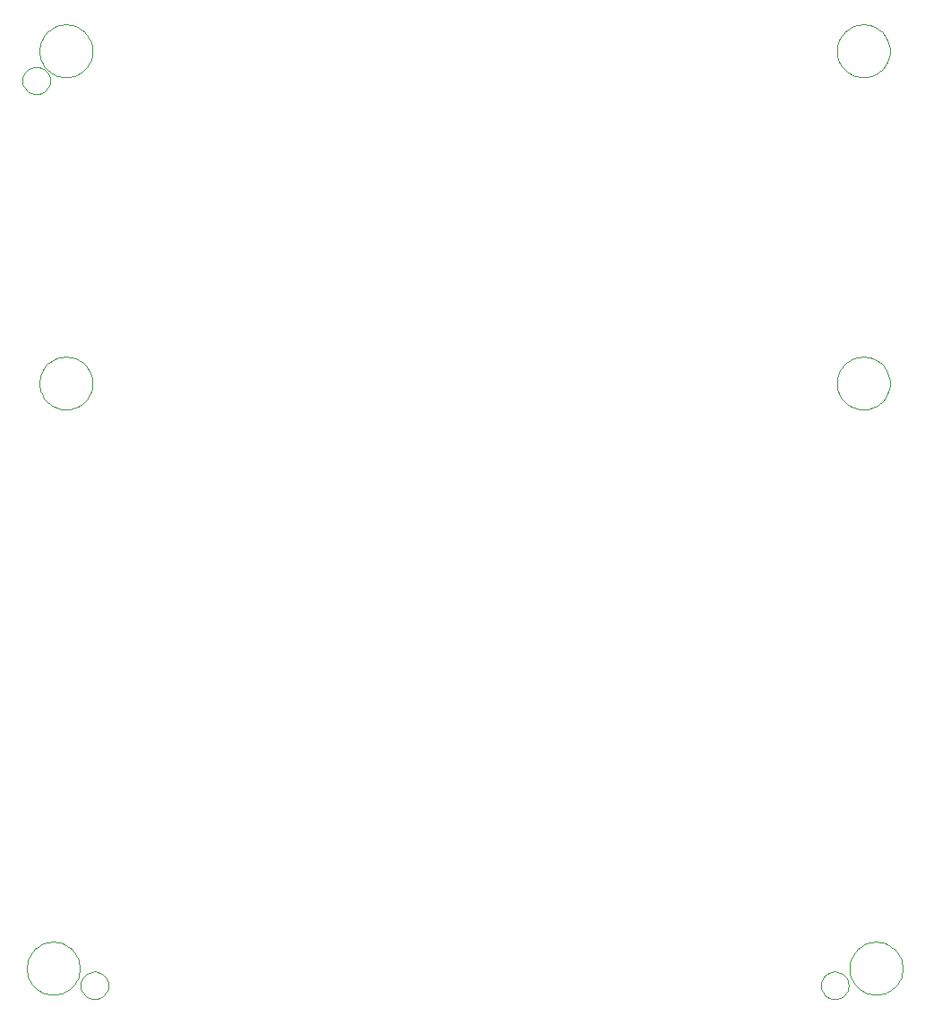
<source format=gko>
G04 Layer_Color=16711935*
%FSAX25Y25*%
%MOIN*%
G70*
G01*
G75*
%ADD129C,0.00394*%
D129*
X0025984Y0014173D02*
X0025934Y0015169D01*
X0025783Y0016154D01*
X0025533Y0017120D01*
X0025187Y0018055D01*
X0024747Y0018950D01*
X0024220Y0019796D01*
X0023610Y0020584D01*
X0022923Y0021307D01*
X0022166Y0021957D01*
X0021348Y0022526D01*
X0020476Y0023010D01*
X0019560Y0023403D01*
X0018609Y0023702D01*
X0017632Y0023902D01*
X0016640Y0024003D01*
X0015643D01*
X0014651Y0023902D01*
X0013675Y0023702D01*
X0012723Y0023403D01*
X0011807Y0023010D01*
X0010935Y0022526D01*
X0010117Y0021957D01*
X0009361Y0021307D01*
X0008674Y0020584D01*
X0008063Y0019796D01*
X0007536Y0018950D01*
X0007097Y0018055D01*
X0006751Y0017120D01*
X0006501Y0016154D01*
X0006350Y0015169D01*
X0006299Y0014173D01*
X0006350Y0013178D01*
X0006501Y0012192D01*
X0006751Y0011227D01*
X0007097Y0010292D01*
X0007536Y0009397D01*
X0008063Y0008551D01*
X0008674Y0007762D01*
X0009361Y0007039D01*
X0010117Y0006390D01*
X0010935Y0005820D01*
X0011807Y0005337D01*
X0012723Y0004943D01*
X0013675Y0004645D01*
X0014651Y0004444D01*
X0015643Y0004343D01*
X0016640D01*
X0017632Y0004444D01*
X0018609Y0004645D01*
X0019560Y0004943D01*
X0020476Y0005337D01*
X0021348Y0005821D01*
X0022166Y0006390D01*
X0022923Y0007040D01*
X0023610Y0007762D01*
X0024220Y0008551D01*
X0024747Y0009397D01*
X0025187Y0010292D01*
X0025533Y0011227D01*
X0025783Y0012192D01*
X0025934Y0013178D01*
X0025984Y0014173D01*
X0332283D02*
X0332233Y0015169D01*
X0332082Y0016154D01*
X0331832Y0017120D01*
X0331486Y0018055D01*
X0331047Y0018950D01*
X0330519Y0019796D01*
X0329909Y0020584D01*
X0329222Y0021307D01*
X0328466Y0021957D01*
X0327647Y0022526D01*
X0326776Y0023010D01*
X0325859Y0023403D01*
X0324908Y0023702D01*
X0323931Y0023902D01*
X0322939Y0024003D01*
X0321942D01*
X0320951Y0023902D01*
X0319974Y0023702D01*
X0319023Y0023403D01*
X0318106Y0023010D01*
X0317235Y0022526D01*
X0316416Y0021957D01*
X0315660Y0021307D01*
X0314973Y0020584D01*
X0314363Y0019796D01*
X0313835Y0018950D01*
X0313396Y0018055D01*
X0313050Y0017120D01*
X0312800Y0016154D01*
X0312649Y0015169D01*
X0312598Y0014173D01*
X0312649Y0013178D01*
X0312800Y0012192D01*
X0313050Y0011227D01*
X0313396Y0010292D01*
X0313835Y0009397D01*
X0314363Y0008551D01*
X0314973Y0007762D01*
X0315660Y0007039D01*
X0316416Y0006390D01*
X0317235Y0005820D01*
X0318106Y0005337D01*
X0319023Y0004943D01*
X0319974Y0004645D01*
X0320951Y0004444D01*
X0321942Y0004343D01*
X0322939D01*
X0323931Y0004444D01*
X0324908Y0004645D01*
X0325859Y0004943D01*
X0326776Y0005337D01*
X0327647Y0005821D01*
X0328466Y0006390D01*
X0329222Y0007040D01*
X0329909Y0007762D01*
X0330519Y0008551D01*
X0331047Y0009397D01*
X0331486Y0010292D01*
X0331832Y0011227D01*
X0332082Y0012192D01*
X0332233Y0013178D01*
X0332283Y0014173D01*
X0327559Y0231890D02*
X0327509Y0232886D01*
X0327358Y0233871D01*
X0327108Y0234836D01*
X0326761Y0235771D01*
X0326322Y0236666D01*
X0325795Y0237512D01*
X0325185Y0238301D01*
X0324498Y0239024D01*
X0323741Y0239673D01*
X0322923Y0240243D01*
X0322051Y0240726D01*
X0321135Y0241120D01*
X0320184Y0241418D01*
X0319207Y0241619D01*
X0318215Y0241720D01*
X0317218D01*
X0316226Y0241619D01*
X0315249Y0241418D01*
X0314298Y0241120D01*
X0313382Y0240726D01*
X0312510Y0240243D01*
X0311692Y0239673D01*
X0310935Y0239024D01*
X0310248Y0238301D01*
X0309638Y0237512D01*
X0309111Y0236666D01*
X0308672Y0235771D01*
X0308325Y0234836D01*
X0308075Y0233871D01*
X0307925Y0232886D01*
X0307874Y0231890D01*
X0307925Y0230894D01*
X0308075Y0229908D01*
X0308325Y0228943D01*
X0308672Y0228008D01*
X0309111Y0227113D01*
X0309638Y0226267D01*
X0310248Y0225479D01*
X0310935Y0224756D01*
X0311692Y0224107D01*
X0312510Y0223537D01*
X0313382Y0223053D01*
X0314298Y0222660D01*
X0315249Y0222361D01*
X0316226Y0222161D01*
X0317218Y0222060D01*
X0318215D01*
X0319207Y0222161D01*
X0320184Y0222361D01*
X0321135Y0222660D01*
X0322051Y0223053D01*
X0322923Y0223537D01*
X0323741Y0224107D01*
X0324498Y0224756D01*
X0325185Y0225479D01*
X0325795Y0226267D01*
X0326322Y0227113D01*
X0326761Y0228008D01*
X0327108Y0228943D01*
X0327358Y0229908D01*
X0327509Y0230894D01*
X0327559Y0231890D01*
X0030709D02*
X0030658Y0232886D01*
X0030507Y0233871D01*
X0030257Y0234836D01*
X0029911Y0235771D01*
X0029472Y0236666D01*
X0028945Y0237512D01*
X0028334Y0238301D01*
X0027647Y0239024D01*
X0026891Y0239673D01*
X0026072Y0240243D01*
X0025201Y0240726D01*
X0024284Y0241120D01*
X0023333Y0241418D01*
X0022357Y0241619D01*
X0021365Y0241720D01*
X0020368D01*
X0019376Y0241619D01*
X0018399Y0241418D01*
X0017448Y0241120D01*
X0016532Y0240726D01*
X0015660Y0240243D01*
X0014841Y0239673D01*
X0014085Y0239024D01*
X0013398Y0238301D01*
X0012788Y0237512D01*
X0012260Y0236666D01*
X0011821Y0235771D01*
X0011475Y0234836D01*
X0011225Y0233871D01*
X0011074Y0232886D01*
X0011024Y0231890D01*
X0011074Y0230894D01*
X0011225Y0229908D01*
X0011475Y0228943D01*
X0011821Y0228008D01*
X0012260Y0227113D01*
X0012788Y0226267D01*
X0013398Y0225479D01*
X0014085Y0224756D01*
X0014841Y0224107D01*
X0015660Y0223537D01*
X0016532Y0223053D01*
X0017448Y0222660D01*
X0018399Y0222361D01*
X0019376Y0222161D01*
X0020368Y0222060D01*
X0021365D01*
X0022357Y0222161D01*
X0023333Y0222361D01*
X0024284Y0222660D01*
X0025201Y0223053D01*
X0026072Y0223537D01*
X0026891Y0224107D01*
X0027647Y0224756D01*
X0028334Y0225479D01*
X0028945Y0226267D01*
X0029472Y0227113D01*
X0029911Y0228008D01*
X0030257Y0228943D01*
X0030507Y0229908D01*
X0030658Y0230894D01*
X0030709Y0231890D01*
X0030709Y0355512D02*
X0030658Y0356508D01*
X0030507Y0357493D01*
X0030257Y0358458D01*
X0029911Y0359393D01*
X0029472Y0360288D01*
X0028945Y0361135D01*
X0028334Y0361923D01*
X0027647Y0362646D01*
X0026891Y0363295D01*
X0026072Y0363865D01*
X0025201Y0364349D01*
X0024284Y0364742D01*
X0023333Y0365040D01*
X0022357Y0365241D01*
X0021365Y0365342D01*
X0020368D01*
X0019376Y0365241D01*
X0018399Y0365040D01*
X0017448Y0364742D01*
X0016532Y0364349D01*
X0015660Y0363865D01*
X0014841Y0363295D01*
X0014085Y0362646D01*
X0013398Y0361923D01*
X0012788Y0361135D01*
X0012260Y0360288D01*
X0011821Y0359393D01*
X0011475Y0358458D01*
X0011225Y0357493D01*
X0011074Y0356508D01*
X0011024Y0355512D01*
X0011074Y0354516D01*
X0011225Y0353531D01*
X0011475Y0352565D01*
X0011821Y0351630D01*
X0012260Y0350735D01*
X0012788Y0349889D01*
X0013398Y0349101D01*
X0014085Y0348378D01*
X0014841Y0347729D01*
X0015660Y0347159D01*
X0016532Y0346675D01*
X0017448Y0346282D01*
X0018399Y0345984D01*
X0019376Y0345783D01*
X0020368Y0345682D01*
X0021365D01*
X0022357Y0345783D01*
X0023333Y0345984D01*
X0024284Y0346282D01*
X0025201Y0346675D01*
X0026072Y0347159D01*
X0026891Y0347729D01*
X0027647Y0348378D01*
X0028334Y0349101D01*
X0028945Y0349889D01*
X0029472Y0350735D01*
X0029911Y0351630D01*
X0030257Y0352565D01*
X0030507Y0353531D01*
X0030658Y0354516D01*
X0030709Y0355512D01*
X0327559D02*
X0327509Y0356508D01*
X0327358Y0357493D01*
X0327108Y0358458D01*
X0326761Y0359393D01*
X0326322Y0360288D01*
X0325795Y0361135D01*
X0325185Y0361923D01*
X0324498Y0362646D01*
X0323741Y0363295D01*
X0322923Y0363865D01*
X0322051Y0364349D01*
X0321135Y0364742D01*
X0320184Y0365040D01*
X0319207Y0365241D01*
X0318215Y0365342D01*
X0317218D01*
X0316226Y0365241D01*
X0315249Y0365040D01*
X0314298Y0364742D01*
X0313382Y0364349D01*
X0312510Y0363865D01*
X0311692Y0363295D01*
X0310935Y0362646D01*
X0310248Y0361923D01*
X0309638Y0361135D01*
X0309111Y0360288D01*
X0308672Y0359393D01*
X0308325Y0358458D01*
X0308075Y0357493D01*
X0307925Y0356508D01*
X0307874Y0355512D01*
X0307925Y0354516D01*
X0308075Y0353531D01*
X0308325Y0352565D01*
X0308672Y0351630D01*
X0309111Y0350735D01*
X0309638Y0349889D01*
X0310248Y0349101D01*
X0310935Y0348378D01*
X0311692Y0347729D01*
X0312510Y0347159D01*
X0313382Y0346675D01*
X0314298Y0346282D01*
X0315249Y0345984D01*
X0316226Y0345783D01*
X0317218Y0345682D01*
X0318215D01*
X0319207Y0345783D01*
X0320184Y0345984D01*
X0321135Y0346282D01*
X0322051Y0346675D01*
X0322923Y0347159D01*
X0323741Y0347729D01*
X0324498Y0348378D01*
X0325185Y0349101D01*
X0325795Y0349889D01*
X0326322Y0350735D01*
X0326761Y0351630D01*
X0327108Y0352565D01*
X0327358Y0353531D01*
X0327509Y0354516D01*
X0327559Y0355512D01*
X0312220Y0007874D02*
X0312121Y0008875D01*
X0311829Y0009838D01*
X0311355Y0010726D01*
X0310716Y0011504D01*
X0309939Y0012142D01*
X0309051Y0012617D01*
X0308088Y0012909D01*
X0307087Y0013007D01*
X0306085Y0012909D01*
X0305122Y0012617D01*
X0304235Y0012142D01*
X0303457Y0011504D01*
X0302818Y0010726D01*
X0302344Y0009838D01*
X0302052Y0008875D01*
X0301953Y0007874D01*
X0302052Y0006873D01*
X0302344Y0005910D01*
X0302818Y0005022D01*
X0303457Y0004244D01*
X0304235Y0003606D01*
X0305122Y0003131D01*
X0306085Y0002839D01*
X0307087Y0002741D01*
X0308088Y0002839D01*
X0309051Y0003131D01*
X0309939Y0003606D01*
X0310716Y0004244D01*
X0311355Y0005022D01*
X0311829Y0005910D01*
X0312121Y0006873D01*
X0312220Y0007874D01*
X0014976Y0344488D02*
X0014877Y0345490D01*
X0014585Y0346453D01*
X0014111Y0347340D01*
X0013472Y0348118D01*
X0012694Y0348756D01*
X0011807Y0349231D01*
X0010844Y0349523D01*
X0009843Y0349621D01*
X0008841Y0349523D01*
X0007878Y0349231D01*
X0006991Y0348756D01*
X0006213Y0348118D01*
X0005574Y0347340D01*
X0005100Y0346453D01*
X0004808Y0345490D01*
X0004709Y0344488D01*
X0004808Y0343487D01*
X0005100Y0342524D01*
X0005574Y0341636D01*
X0006213Y0340858D01*
X0006991Y0340220D01*
X0007878Y0339746D01*
X0008841Y0339454D01*
X0009843Y0339355D01*
X0010844Y0339454D01*
X0011807Y0339746D01*
X0012694Y0340220D01*
X0013472Y0340858D01*
X0014111Y0341636D01*
X0014585Y0342524D01*
X0014877Y0343487D01*
X0014976Y0344488D01*
X0036629Y0007874D02*
X0036531Y0008875D01*
X0036239Y0009838D01*
X0035764Y0010726D01*
X0035126Y0011504D01*
X0034348Y0012142D01*
X0033461Y0012617D01*
X0032498Y0012909D01*
X0031496Y0013007D01*
X0030495Y0012909D01*
X0029532Y0012617D01*
X0028644Y0012142D01*
X0027866Y0011504D01*
X0027228Y0010726D01*
X0026754Y0009838D01*
X0026461Y0008875D01*
X0026363Y0007874D01*
X0026461Y0006873D01*
X0026754Y0005910D01*
X0027228Y0005022D01*
X0027866Y0004244D01*
X0028644Y0003606D01*
X0029532Y0003131D01*
X0030495Y0002839D01*
X0031496Y0002741D01*
X0032498Y0002839D01*
X0033461Y0003131D01*
X0034348Y0003606D01*
X0035126Y0004244D01*
X0035764Y0005022D01*
X0036239Y0005910D01*
X0036531Y0006873D01*
X0036629Y0007874D01*
M02*

</source>
